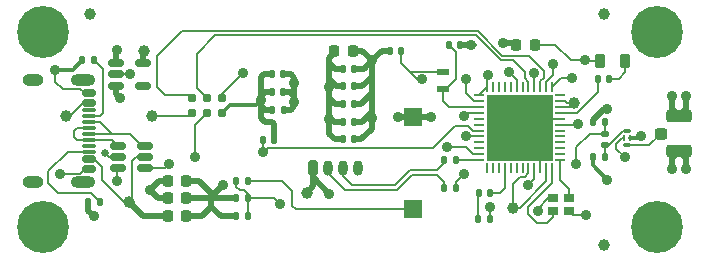
<source format=gbr>
%TF.GenerationSoftware,KiCad,Pcbnew,7.0.10*%
%TF.CreationDate,2024-02-24T20:23:48+01:00*%
%TF.ProjectId,STM32,53544d33-322e-46b6-9963-61645f706362,Rev01*%
%TF.SameCoordinates,Original*%
%TF.FileFunction,Copper,L1,Top*%
%TF.FilePolarity,Positive*%
%FSLAX46Y46*%
G04 Gerber Fmt 4.6, Leading zero omitted, Abs format (unit mm)*
G04 Created by KiCad (PCBNEW 7.0.10) date 2024-02-24 20:23:48*
%MOMM*%
%LPD*%
G01*
G04 APERTURE LIST*
G04 Aperture macros list*
%AMRoundRect*
0 Rectangle with rounded corners*
0 $1 Rounding radius*
0 $2 $3 $4 $5 $6 $7 $8 $9 X,Y pos of 4 corners*
0 Add a 4 corners polygon primitive as box body*
4,1,4,$2,$3,$4,$5,$6,$7,$8,$9,$2,$3,0*
0 Add four circle primitives for the rounded corners*
1,1,$1+$1,$2,$3*
1,1,$1+$1,$4,$5*
1,1,$1+$1,$6,$7*
1,1,$1+$1,$8,$9*
0 Add four rect primitives between the rounded corners*
20,1,$1+$1,$2,$3,$4,$5,0*
20,1,$1+$1,$4,$5,$6,$7,0*
20,1,$1+$1,$6,$7,$8,$9,0*
20,1,$1+$1,$8,$9,$2,$3,0*%
G04 Aperture macros list end*
%TA.AperFunction,SMDPad,CuDef*%
%ADD10C,1.000000*%
%TD*%
%TA.AperFunction,ComponentPad*%
%ADD11C,4.400000*%
%TD*%
%TA.AperFunction,SMDPad,CuDef*%
%ADD12R,0.900000X0.800000*%
%TD*%
%TA.AperFunction,SMDPad,CuDef*%
%ADD13RoundRect,0.140000X-0.140000X-0.170000X0.140000X-0.170000X0.140000X0.170000X-0.140000X0.170000X0*%
%TD*%
%TA.AperFunction,SMDPad,CuDef*%
%ADD14RoundRect,0.135000X0.135000X0.185000X-0.135000X0.185000X-0.135000X-0.185000X0.135000X-0.185000X0*%
%TD*%
%TA.AperFunction,SMDPad,CuDef*%
%ADD15RoundRect,0.150000X-0.512500X-0.150000X0.512500X-0.150000X0.512500X0.150000X-0.512500X0.150000X0*%
%TD*%
%TA.AperFunction,SMDPad,CuDef*%
%ADD16RoundRect,0.135000X-0.135000X-0.185000X0.135000X-0.185000X0.135000X0.185000X-0.135000X0.185000X0*%
%TD*%
%TA.AperFunction,SMDPad,CuDef*%
%ADD17RoundRect,0.140000X0.140000X0.170000X-0.140000X0.170000X-0.140000X-0.170000X0.140000X-0.170000X0*%
%TD*%
%TA.AperFunction,SMDPad,CuDef*%
%ADD18RoundRect,0.150000X-0.425000X0.150000X-0.425000X-0.150000X0.425000X-0.150000X0.425000X0.150000X0*%
%TD*%
%TA.AperFunction,SMDPad,CuDef*%
%ADD19RoundRect,0.075000X-0.500000X0.075000X-0.500000X-0.075000X0.500000X-0.075000X0.500000X0.075000X0*%
%TD*%
%TA.AperFunction,ComponentPad*%
%ADD20O,2.100000X1.000000*%
%TD*%
%TA.AperFunction,ComponentPad*%
%ADD21O,1.800000X1.000000*%
%TD*%
%TA.AperFunction,SMDPad,CuDef*%
%ADD22RoundRect,0.218750X0.218750X0.381250X-0.218750X0.381250X-0.218750X-0.381250X0.218750X-0.381250X0*%
%TD*%
%TA.AperFunction,SMDPad,CuDef*%
%ADD23RoundRect,0.225000X-0.225000X-0.250000X0.225000X-0.250000X0.225000X0.250000X-0.225000X0.250000X0*%
%TD*%
%TA.AperFunction,SMDPad,CuDef*%
%ADD24R,1.500000X1.500000*%
%TD*%
%TA.AperFunction,SMDPad,CuDef*%
%ADD25RoundRect,0.147500X-0.147500X-0.172500X0.147500X-0.172500X0.147500X0.172500X-0.147500X0.172500X0*%
%TD*%
%TA.AperFunction,SMDPad,CuDef*%
%ADD26RoundRect,0.225000X0.225000X0.250000X-0.225000X0.250000X-0.225000X-0.250000X0.225000X-0.250000X0*%
%TD*%
%TA.AperFunction,SMDPad,CuDef*%
%ADD27R,1.100000X0.600000*%
%TD*%
%TA.AperFunction,SMDPad,CuDef*%
%ADD28RoundRect,0.147500X-0.172500X0.147500X-0.172500X-0.147500X0.172500X-0.147500X0.172500X0.147500X0*%
%TD*%
%TA.AperFunction,SMDPad,CuDef*%
%ADD29RoundRect,0.250000X-0.275000X-0.250000X0.275000X-0.250000X0.275000X0.250000X-0.275000X0.250000X0*%
%TD*%
%TA.AperFunction,SMDPad,CuDef*%
%ADD30RoundRect,0.250000X-0.850000X-0.275000X0.850000X-0.275000X0.850000X0.275000X-0.850000X0.275000X0*%
%TD*%
%TA.AperFunction,SMDPad,CuDef*%
%ADD31R,5.600000X5.600000*%
%TD*%
%TA.AperFunction,SMDPad,CuDef*%
%ADD32RoundRect,0.062500X-0.062500X-0.375000X0.062500X-0.375000X0.062500X0.375000X-0.062500X0.375000X0*%
%TD*%
%TA.AperFunction,SMDPad,CuDef*%
%ADD33RoundRect,0.062500X-0.375000X-0.062500X0.375000X-0.062500X0.375000X0.062500X-0.375000X0.062500X0*%
%TD*%
%TA.AperFunction,SMDPad,CuDef*%
%ADD34RoundRect,0.061250X-0.061250X0.163750X-0.061250X-0.163750X0.061250X-0.163750X0.061250X0.163750X0*%
%TD*%
%TA.AperFunction,SMDPad,CuDef*%
%ADD35RoundRect,0.068750X-0.281250X0.068750X-0.281250X-0.068750X0.281250X-0.068750X0.281250X0.068750X0*%
%TD*%
%TA.AperFunction,SMDPad,CuDef*%
%ADD36RoundRect,0.060000X-0.060000X0.165000X-0.060000X-0.165000X0.060000X-0.165000X0.060000X0.165000X0*%
%TD*%
%TA.AperFunction,ConnectorPad*%
%ADD37C,0.787400*%
%TD*%
%TA.AperFunction,ComponentPad*%
%ADD38RoundRect,0.200000X-0.200000X-0.450000X0.200000X-0.450000X0.200000X0.450000X-0.200000X0.450000X0*%
%TD*%
%TA.AperFunction,ComponentPad*%
%ADD39O,0.800000X1.300000*%
%TD*%
%TA.AperFunction,ViaPad*%
%ADD40C,0.900000*%
%TD*%
%TA.AperFunction,ViaPad*%
%ADD41C,0.650000*%
%TD*%
%TA.AperFunction,ViaPad*%
%ADD42C,1.000000*%
%TD*%
%TA.AperFunction,Conductor*%
%ADD43C,0.200000*%
%TD*%
%TA.AperFunction,Conductor*%
%ADD44C,0.300000*%
%TD*%
%TA.AperFunction,Conductor*%
%ADD45C,0.500000*%
%TD*%
%TA.AperFunction,Conductor*%
%ADD46C,0.190000*%
%TD*%
%TA.AperFunction,Conductor*%
%ADD47C,0.150000*%
%TD*%
G04 APERTURE END LIST*
D10*
%TO.P,FID1,*%
%TO.N,*%
X126500000Y-49000000D03*
%TD*%
%TO.P,FID2,*%
%TO.N,*%
X170000000Y-49000000D03*
%TD*%
%TO.P,FID3,*%
%TO.N,*%
X170000000Y-68500000D03*
%TD*%
D11*
%TO.P,H4,1,1*%
%TO.N,GND*%
X122500000Y-50500000D03*
%TD*%
%TO.P,H3,1,1*%
%TO.N,GND*%
X122500000Y-67000000D03*
%TD*%
%TO.P,H2,1,1*%
%TO.N,GND*%
X174500000Y-67000000D03*
%TD*%
%TO.P,H1,1,1*%
%TO.N,GND*%
X174500000Y-50500000D03*
%TD*%
D12*
%TO.P,X1,4,4*%
%TO.N,Net-(X1-Pad2)*%
X165660000Y-64550000D03*
%TO.P,X1,3,3*%
%TO.N,/HSE_IN*%
X167060000Y-64550000D03*
%TO.P,X1,2,2*%
%TO.N,Net-(X1-Pad2)*%
X167060000Y-65650000D03*
%TO.P,X1,1,1*%
%TO.N,/HSE_OUT*%
X165660000Y-65650000D03*
%TD*%
D13*
%TO.P,C17,2*%
%TO.N,GND*%
X157840000Y-51600000D03*
%TO.P,C17,1*%
%TO.N,/LSE_OUT*%
X156880000Y-51600000D03*
%TD*%
D14*
%TO.P,R3,2*%
%TO.N,Net-(D1-K)*%
X159375000Y-66300000D03*
%TO.P,R3,1*%
%TO.N,GND*%
X160395000Y-66300000D03*
%TD*%
D15*
%TO.P,U2,6,I/O1*%
%TO.N,/USBC_D-*%
X131167107Y-60150000D03*
%TO.P,U2,5,VBUS*%
%TO.N,+5V*%
X131167107Y-61100000D03*
%TO.P,U2,4,I/O2*%
%TO.N,/USB_D-*%
X131167107Y-62050000D03*
%TO.P,U2,3,I/O2*%
%TO.N,/USB_D+*%
X128892107Y-62050000D03*
%TO.P,U2,2,GND*%
%TO.N,GND*%
X128892107Y-61100000D03*
%TO.P,U2,1,I/O1*%
%TO.N,/USBC_D+*%
X128892107Y-60150000D03*
%TD*%
D13*
%TO.P,C1,2*%
%TO.N,GND*%
X148860000Y-53600000D03*
%TO.P,C1,1*%
%TO.N,+3V3*%
X147900000Y-53600000D03*
%TD*%
D16*
%TO.P,R2,2*%
%TO.N,/UART_RX*%
X157470000Y-61300000D03*
%TO.P,R2,1*%
%TO.N,/UART_RXC*%
X156450000Y-61300000D03*
%TD*%
D17*
%TO.P,C15,2*%
%TO.N,GND*%
X169107500Y-58100000D03*
%TO.P,C15,1*%
%TO.N,/RF*%
X170067500Y-58100000D03*
%TD*%
D16*
%TO.P,R7,2*%
%TO.N,/BOOT*%
X139880000Y-64600000D03*
%TO.P,R7,1*%
%TO.N,GND*%
X138860000Y-64600000D03*
%TD*%
D18*
%TO.P,J3,A1,GND*%
%TO.N,GND*%
X126447107Y-55692893D03*
%TO.P,J3,A4,VBUS*%
%TO.N,+5V*%
X126447107Y-56492893D03*
D19*
%TO.P,J3,A5,CC1*%
%TO.N,/USBC_CC1*%
X126447107Y-57642893D03*
%TO.P,J3,A6,D+*%
%TO.N,/USBC_D+*%
X126447107Y-58642893D03*
%TO.P,J3,A7,D-*%
%TO.N,/USBC_D-*%
X126447107Y-59142893D03*
%TO.P,J3,A8,SBU1*%
%TO.N,unconnected-(J3-SBU1-PadA8)*%
X126447107Y-60142893D03*
D18*
%TO.P,J3,A9,VBUS*%
%TO.N,+5V*%
X126447107Y-61292893D03*
%TO.P,J3,A12,GND*%
%TO.N,GND*%
X126447107Y-62092893D03*
%TO.P,J3,B1,GND*%
X126447107Y-62092893D03*
%TO.P,J3,B4,VBUS*%
%TO.N,+5V*%
X126447107Y-61292893D03*
D19*
%TO.P,J3,B5,CC2*%
%TO.N,/USBC_CC2*%
X126447107Y-60642893D03*
%TO.P,J3,B6,D+*%
%TO.N,/USBC_D+*%
X126447107Y-59642893D03*
%TO.P,J3,B7,D-*%
%TO.N,/USBC_D-*%
X126447107Y-58142893D03*
%TO.P,J3,B8,SBU2*%
%TO.N,unconnected-(J3-SBU2-PadB8)*%
X126447107Y-57142893D03*
D18*
%TO.P,J3,B9,VBUS*%
%TO.N,+5V*%
X126447107Y-56492893D03*
%TO.P,J3,B12,GND*%
%TO.N,GND*%
X126447107Y-55692893D03*
D20*
%TO.P,J3,S1,SHIELD*%
X125872107Y-54572893D03*
D21*
X121692107Y-54572893D03*
D20*
X125872107Y-63212893D03*
D21*
X121692107Y-63212893D03*
%TD*%
D13*
%TO.P,C2,2*%
%TO.N,GND*%
X148840000Y-55100000D03*
%TO.P,C2,1*%
%TO.N,+3V3*%
X147880000Y-55100000D03*
%TD*%
D17*
%TO.P,C16,2*%
%TO.N,GND*%
X169107500Y-61100000D03*
%TO.P,C16,1*%
%TO.N,/RF_MATCH*%
X170067500Y-61100000D03*
%TD*%
D22*
%TO.P,L2,2,2*%
%TO.N,/SMPS_FB*%
X169674607Y-52992893D03*
%TO.P,L2,1,1*%
%TO.N,/SMPSLXL*%
X171799607Y-52992893D03*
%TD*%
D23*
%TO.P,C7,2*%
%TO.N,GND*%
X148735000Y-52092893D03*
%TO.P,C7,1*%
%TO.N,+3V3*%
X147185000Y-52092893D03*
%TD*%
D24*
%TO.P,SW1,2,2*%
%TO.N,+3V3*%
X153860000Y-57700000D03*
%TO.P,SW1,1,1*%
%TO.N,Net-(R6-Pad1)*%
X153860000Y-65500000D03*
%TD*%
D13*
%TO.P,C4,2*%
%TO.N,GND*%
X148880000Y-58100000D03*
%TO.P,C4,1*%
%TO.N,+3V3*%
X147920000Y-58100000D03*
%TD*%
D25*
%TO.P,D1,2,A*%
%TO.N,Net-(D1-A)*%
X160370000Y-64100000D03*
%TO.P,D1,1,K*%
%TO.N,Net-(D1-K)*%
X159400000Y-64100000D03*
%TD*%
D23*
%TO.P,C9,2*%
%TO.N,GND*%
X134635000Y-63100000D03*
%TO.P,C9,1*%
%TO.N,+3V3*%
X133085000Y-63100000D03*
%TD*%
D26*
%TO.P,C14,2*%
%TO.N,GND*%
X162585000Y-51600000D03*
%TO.P,C14,1*%
%TO.N,/SMPS_FB*%
X164135000Y-51600000D03*
%TD*%
D16*
%TO.P,R1,2*%
%TO.N,/UART_TX*%
X157470000Y-63700000D03*
%TO.P,R1,1*%
%TO.N,/UART_TXC*%
X156450000Y-63700000D03*
%TD*%
D17*
%TO.P,C6,2*%
%TO.N,GND*%
X141907107Y-54092893D03*
%TO.P,C6,1*%
%TO.N,+3V3*%
X142867107Y-54092893D03*
%TD*%
D16*
%TO.P,R4,1*%
%TO.N,GND*%
X126350000Y-64900000D03*
%TO.P,R4,2*%
%TO.N,/USBC_CC2*%
X127370000Y-64900000D03*
%TD*%
D27*
%TO.P,X2,2,2*%
%TO.N,/LSE_IN*%
X156360000Y-53900000D03*
%TO.P,X2,1,1*%
%TO.N,/LSE_OUT*%
X156360000Y-55300000D03*
%TD*%
D13*
%TO.P,C5,2*%
%TO.N,GND*%
X148860000Y-59600000D03*
%TO.P,C5,1*%
%TO.N,+3V3*%
X147900000Y-59600000D03*
%TD*%
D17*
%TO.P,C8,2*%
%TO.N,GND*%
X141907107Y-55592893D03*
%TO.P,C8,1*%
%TO.N,+3V3*%
X142867107Y-55592893D03*
%TD*%
D28*
%TO.P,L3,2,2*%
%TO.N,/RF_MATCH*%
X170087500Y-60085000D03*
%TO.P,L3,1,1*%
%TO.N,/RF*%
X170087500Y-59115000D03*
%TD*%
D17*
%TO.P,C18,2*%
%TO.N,GND*%
X151880000Y-52085786D03*
%TO.P,C18,1*%
%TO.N,/LSE_IN*%
X152840000Y-52085786D03*
%TD*%
D29*
%TO.P,J2,1,In*%
%TO.N,/RF_ANT*%
X174810000Y-59100000D03*
D30*
%TO.P,J2,2,Ext*%
%TO.N,GND*%
X176335000Y-57625000D03*
X176335000Y-60575000D03*
%TD*%
D15*
%TO.P,U1,5,VOUT*%
%TO.N,+3V3*%
X130997500Y-53150000D03*
%TO.P,U1,4,NC*%
%TO.N,unconnected-(U1-NC-Pad4)*%
X130997500Y-55050000D03*
%TO.P,U1,3,EN*%
%TO.N,+5V*%
X128722500Y-55050000D03*
%TO.P,U1,2,GND*%
%TO.N,GND*%
X128722500Y-54100000D03*
%TO.P,U1,1,VIN*%
%TO.N,+5V*%
X128722500Y-53150000D03*
%TD*%
D31*
%TO.P,U3,49,VSS*%
%TO.N,GND*%
X162860000Y-58600000D03*
D32*
%TO.P,U3,48,VDD*%
%TO.N,+3V3*%
X160110000Y-55162500D03*
%TO.P,U3,47,PB7*%
%TO.N,unconnected-(U3-PB7-Pad47)*%
X160610000Y-55162500D03*
%TO.P,U3,46,PB6*%
%TO.N,unconnected-(U3-PB6-Pad46)*%
X161110000Y-55162500D03*
%TO.P,U3,45,PB5*%
%TO.N,unconnected-(U3-PB5-Pad45)*%
X161610000Y-55162500D03*
%TO.P,U3,44,PB4*%
%TO.N,unconnected-(U3-PB4-Pad44)*%
X162110000Y-55162500D03*
%TO.P,U3,43,PB3*%
%TO.N,Net-(J4-SWO)*%
X162610000Y-55162500D03*
%TO.P,U3,42,PA15*%
%TO.N,unconnected-(U3-PA15-Pad42)*%
X163110000Y-55162500D03*
%TO.P,U3,41,PA14*%
%TO.N,/SWD_CLK*%
X163610000Y-55162500D03*
%TO.P,U3,40,VDDUSB*%
%TO.N,+3V3*%
X164110000Y-55162500D03*
%TO.P,U3,39,PA13*%
%TO.N,/SWD_DIO*%
X164610000Y-55162500D03*
%TO.P,U3,38,PA12*%
%TO.N,/USB_D+*%
X165110000Y-55162500D03*
%TO.P,U3,37,PA11*%
%TO.N,/USB_D-*%
X165610000Y-55162500D03*
D33*
%TO.P,U3,36,PA10*%
%TO.N,unconnected-(U3-PA10-Pad36)*%
X166297500Y-55850000D03*
%TO.P,U3,35,VDD*%
%TO.N,+3V3*%
X166297500Y-56350000D03*
%TO.P,U3,34,VDDSMPS*%
X166297500Y-56850000D03*
%TO.P,U3,33,VLXSMPS*%
%TO.N,/SMPSLX*%
X166297500Y-57350000D03*
%TO.P,U3,32,VSSSMPS*%
%TO.N,GND*%
X166297500Y-57850000D03*
%TO.P,U3,31,VFBSMPS*%
%TO.N,/SMPS_FB*%
X166297500Y-58350000D03*
%TO.P,U3,30,PE4*%
%TO.N,unconnected-(U3-PE4-Pad30)*%
X166297500Y-58850000D03*
%TO.P,U3,29,PB1*%
%TO.N,unconnected-(U3-PB1-Pad29)*%
X166297500Y-59350000D03*
%TO.P,U3,28,PB0*%
%TO.N,unconnected-(U3-PB0-Pad28)*%
X166297500Y-59850000D03*
%TO.P,U3,27,AT1*%
%TO.N,unconnected-(U3-AT1-Pad27)*%
X166297500Y-60350000D03*
%TO.P,U3,26,AT0*%
%TO.N,unconnected-(U3-AT0-Pad26)*%
X166297500Y-60850000D03*
%TO.P,U3,25,OSC_IN*%
%TO.N,/HSE_IN*%
X166297500Y-61350000D03*
D32*
%TO.P,U3,24,OSC_OUT*%
%TO.N,/HSE_OUT*%
X165610000Y-62037500D03*
%TO.P,U3,23,VDDRF*%
%TO.N,+3V3*%
X165110000Y-62037500D03*
%TO.P,U3,22,VSSRF*%
%TO.N,GND*%
X164610000Y-62037500D03*
%TO.P,U3,21,RF1*%
%TO.N,/RF*%
X164110000Y-62037500D03*
%TO.P,U3,20,VDD*%
%TO.N,+3V3*%
X163610000Y-62037500D03*
%TO.P,U3,19,PB2*%
%TO.N,unconnected-(U3-PB2-Pad19)*%
X163110000Y-62037500D03*
%TO.P,U3,18,PA9*%
%TO.N,unconnected-(U3-PA9-Pad18)*%
X162610000Y-62037500D03*
%TO.P,U3,17,PA8*%
%TO.N,unconnected-(U3-PA8-Pad17)*%
X162110000Y-62037500D03*
%TO.P,U3,16,PA7*%
%TO.N,Net-(D1-A)*%
X161610000Y-62037500D03*
%TO.P,U3,15,PA6*%
%TO.N,unconnected-(U3-PA6-Pad15)*%
X161110000Y-62037500D03*
%TO.P,U3,14,PA5*%
%TO.N,unconnected-(U3-PA5-Pad14)*%
X160610000Y-62037500D03*
%TO.P,U3,13,PA4*%
%TO.N,unconnected-(U3-PA4-Pad13)*%
X160110000Y-62037500D03*
D33*
%TO.P,U3,12,PA3*%
%TO.N,/UART_RX*%
X159422500Y-61350000D03*
%TO.P,U3,11,PA2*%
%TO.N,/UART_TX*%
X159422500Y-60850000D03*
%TO.P,U3,10,PA1*%
%TO.N,unconnected-(U3-PA1-Pad10)*%
X159422500Y-60350000D03*
%TO.P,U3,9,PA0*%
%TO.N,unconnected-(U3-PA0-Pad9)*%
X159422500Y-59850000D03*
%TO.P,U3,8,VDDA*%
%TO.N,+3V3*%
X159422500Y-59350000D03*
%TO.P,U3,7,NRST*%
%TO.N,/SWD_NRST*%
X159422500Y-58850000D03*
%TO.P,U3,6,PB9*%
%TO.N,unconnected-(U3-PB9-Pad6)*%
X159422500Y-58350000D03*
%TO.P,U3,5,PB8*%
%TO.N,unconnected-(U3-PB8-Pad5)*%
X159422500Y-57850000D03*
%TO.P,U3,4,PH3*%
%TO.N,/BOOT*%
X159422500Y-57350000D03*
%TO.P,U3,3,PC15*%
%TO.N,/LSE_OUT*%
X159422500Y-56850000D03*
%TO.P,U3,2,PC14*%
%TO.N,/LSE_IN*%
X159422500Y-56350000D03*
%TO.P,U3,1,VBAT*%
%TO.N,+3V3*%
X159422500Y-55850000D03*
%TD*%
D17*
%TO.P,C12,2*%
%TO.N,GND*%
X141927107Y-57092893D03*
%TO.P,C12,1*%
%TO.N,+3V3*%
X142887107Y-57092893D03*
%TD*%
D13*
%TO.P,C13,1*%
%TO.N,/SWD_NRST*%
X141147107Y-59612893D03*
%TO.P,C13,2*%
%TO.N,GND*%
X142107107Y-59612893D03*
%TD*%
D23*
%TO.P,C10,2*%
%TO.N,GND*%
X134635000Y-66100000D03*
%TO.P,C10,1*%
%TO.N,+5V*%
X133085000Y-66100000D03*
%TD*%
D25*
%TO.P,L1,2,2*%
%TO.N,/SMPSLXL*%
X170447107Y-54442893D03*
%TO.P,L1,1,1*%
%TO.N,/SMPSLX*%
X169477107Y-54442893D03*
%TD*%
D14*
%TO.P,R6,2*%
%TO.N,/BOOT*%
X138850000Y-63100000D03*
%TO.P,R6,1*%
%TO.N,Net-(R6-Pad1)*%
X139870000Y-63100000D03*
%TD*%
D17*
%TO.P,C19,2*%
%TO.N,GND*%
X138890000Y-66100000D03*
%TO.P,C19,1*%
%TO.N,/BOOT*%
X139850000Y-66100000D03*
%TD*%
D34*
%TO.P,FLT1,4,GND*%
%TO.N,GND*%
X171732500Y-59500000D03*
D35*
%TO.P,FLT1,3,OUT*%
%TO.N,/RF_ANT*%
X171960000Y-60112500D03*
D36*
%TO.P,FLT1,2,GND*%
%TO.N,GND*%
X172187500Y-59500000D03*
D35*
%TO.P,FLT1,1,IN*%
%TO.N,/RF_MATCH*%
X171960000Y-58887500D03*
%TD*%
D37*
%TO.P,J4,6,SWO*%
%TO.N,Net-(J4-SWO)*%
X137670000Y-56100000D03*
%TO.P,J4,5,GND*%
%TO.N,GND*%
X137670000Y-57370000D03*
%TO.P,J4,4,SWCLK*%
%TO.N,/SWD_CLK*%
X136400000Y-56100000D03*
%TO.P,J4,3,~{RESET}*%
%TO.N,/SWD_NRST*%
X136400000Y-57370000D03*
%TO.P,J4,2,SWDIO*%
%TO.N,/SWD_DIO*%
X135130000Y-56100000D03*
%TO.P,J4,1,VCC*%
%TO.N,+3V3*%
X135130000Y-57370000D03*
%TD*%
D23*
%TO.P,C11,2*%
%TO.N,GND*%
X134635000Y-64600000D03*
%TO.P,C11,1*%
%TO.N,+3V3*%
X133085000Y-64600000D03*
%TD*%
D38*
%TO.P,J1,1,Pin_1*%
%TO.N,+3V3*%
X145392107Y-61992893D03*
D39*
%TO.P,J1,2,Pin_2*%
%TO.N,/UART_TXC*%
X146642107Y-61992893D03*
%TO.P,J1,3,Pin_3*%
%TO.N,/UART_RXC*%
X147892107Y-61992893D03*
%TO.P,J1,4,Pin_4*%
%TO.N,GND*%
X149142107Y-61992893D03*
%TD*%
D16*
%TO.P,R5,1*%
%TO.N,GND*%
X125850000Y-52900000D03*
%TO.P,R5,2*%
%TO.N,/USBC_CC1*%
X126870000Y-52900000D03*
%TD*%
D13*
%TO.P,C3,2*%
%TO.N,GND*%
X148880000Y-56600000D03*
%TO.P,C3,1*%
%TO.N,+3V3*%
X147920000Y-56600000D03*
%TD*%
D40*
%TO.N,+3V3*%
X158300000Y-59350000D03*
D41*
%TO.N,GND*%
X127746315Y-60713685D03*
D40*
X163467107Y-59492893D03*
X161967107Y-59492893D03*
X163467107Y-57492893D03*
X161967107Y-57492893D03*
X164467107Y-60492893D03*
X164467107Y-58492893D03*
X164467107Y-56492893D03*
X160967107Y-58492893D03*
X160967107Y-60492893D03*
X160967107Y-56492893D03*
X158767107Y-51617893D03*
%TO.N,+3V3*%
X146767107Y-55192893D03*
X160182551Y-54174987D03*
%TO.N,GND*%
X140934214Y-56265786D03*
X150360000Y-57822893D03*
D42*
%TO.N,+3V3*%
X131700000Y-57600000D03*
D40*
X146760000Y-57900000D03*
D42*
X167464314Y-56504314D03*
D40*
X146767107Y-64192893D03*
D42*
X144867107Y-64092893D03*
X162300000Y-65400000D03*
D40*
X164110000Y-54000000D03*
X131560000Y-63900000D03*
X143787107Y-54792893D03*
X155360000Y-57700000D03*
D42*
X131067107Y-52092893D03*
D40*
X152560000Y-57700000D03*
X143787107Y-56392893D03*
%TO.N,GND*%
X176960000Y-55900000D03*
X175760000Y-55900000D03*
X176960000Y-62100000D03*
X123960000Y-62500000D03*
X126837107Y-66112893D03*
X150360000Y-52900000D03*
X160385000Y-65300000D03*
X171760000Y-61100000D03*
X137760000Y-63500000D03*
X173160000Y-59300000D03*
X170300000Y-63000000D03*
X170300000Y-57000000D03*
X129860000Y-54100000D03*
X175760000Y-62100000D03*
X161500000Y-51400000D03*
X123560000Y-53700000D03*
D42*
%TO.N,+5V*%
X129760000Y-64900000D03*
D40*
X129067107Y-56092893D03*
X128767107Y-51992893D03*
D42*
X124500000Y-57592893D03*
D40*
%TO.N,/SWD_NRST*%
X135360000Y-61100000D03*
X141147107Y-60702893D03*
%TO.N,/SMPS_FB*%
X167800000Y-58300000D03*
X168360000Y-52900000D03*
%TO.N,/RF*%
X167660000Y-61663952D03*
X163560000Y-63500000D03*
%TO.N,/LSE_IN*%
X154560000Y-54500000D03*
X158360000Y-54500000D03*
%TO.N,/BOOT*%
X142567107Y-65092893D03*
X158167107Y-57592893D03*
%TO.N,Net-(J4-SWO)*%
X139441535Y-53941535D03*
X161960000Y-53900000D03*
%TO.N,/UART_TX*%
X156700000Y-60200000D03*
X158160000Y-62500000D03*
%TO.N,/USB_D+*%
X128767107Y-63092893D03*
X165689098Y-53228036D03*
%TO.N,/USB_D-*%
X133160000Y-61700000D03*
X167300000Y-54400000D03*
%TO.N,Net-(X1-Pad2)*%
X168500000Y-66000000D03*
X164390331Y-65669669D03*
%TD*%
D43*
%TO.N,Net-(X1-Pad2)*%
X168500000Y-66000000D02*
X167410000Y-66000000D01*
X167410000Y-66000000D02*
X167060000Y-65650000D01*
D44*
%TO.N,GND*%
X169067107Y-61767107D02*
X169067107Y-61140393D01*
X170300000Y-63000000D02*
X169067107Y-61767107D01*
D45*
X162385000Y-51400000D02*
X162585000Y-51600000D01*
X161500000Y-51400000D02*
X162385000Y-51400000D01*
D46*
%TO.N,+5V*%
X125860000Y-56500000D02*
X126040000Y-56500000D01*
X124767107Y-57592893D02*
X125860000Y-56500000D01*
X124500000Y-57592893D02*
X124767107Y-57592893D01*
D47*
%TO.N,Net-(J4-SWO)*%
X137670000Y-55713070D02*
X137670000Y-56100000D01*
X139441535Y-53941535D02*
X137670000Y-55713070D01*
%TO.N,+3V3*%
X134900000Y-57600000D02*
X135130000Y-57370000D01*
X131700000Y-57600000D02*
X134900000Y-57600000D01*
%TO.N,/USB_D-*%
X166372500Y-54400000D02*
X165610000Y-55162500D01*
X167300000Y-54400000D02*
X166372500Y-54400000D01*
%TO.N,+3V3*%
X167118628Y-56850000D02*
X167464314Y-56504314D01*
X166297500Y-56850000D02*
X167118628Y-56850000D01*
D43*
X166903700Y-56504314D02*
X166749386Y-56350000D01*
X166749386Y-56350000D02*
X166297500Y-56350000D01*
X167464314Y-56504314D02*
X166903700Y-56504314D01*
%TO.N,/SMPSLX*%
X167750000Y-57350000D02*
X166297500Y-57350000D01*
X169477107Y-54442893D02*
X169477107Y-55622893D01*
X169477107Y-55622893D02*
X167750000Y-57350000D01*
D45*
%TO.N,GND*%
X170019234Y-57000000D02*
X170300000Y-57000000D01*
X169100000Y-57919234D02*
X170019234Y-57000000D01*
X169100000Y-58073750D02*
X169100000Y-57919234D01*
D47*
%TO.N,+3V3*%
X165110000Y-63150000D02*
X165110000Y-62037500D01*
X162860000Y-65400000D02*
X165110000Y-63150000D01*
X162300000Y-65400000D02*
X162860000Y-65400000D01*
X162300000Y-65400000D02*
X162300000Y-63347500D01*
X162897500Y-62750000D02*
X163314030Y-62750000D01*
X163314030Y-62750000D02*
X163610000Y-62454030D01*
X162300000Y-63347500D02*
X162897500Y-62750000D01*
X163610000Y-62454030D02*
X163610000Y-62037500D01*
%TO.N,/UART_TX*%
X158950000Y-60850000D02*
X159422500Y-60850000D01*
X156700000Y-60200000D02*
X158300000Y-60200000D01*
X158300000Y-60200000D02*
X158950000Y-60850000D01*
%TO.N,+3V3*%
X158300000Y-59350000D02*
X159422500Y-59350000D01*
D43*
X160182551Y-54174987D02*
X160110000Y-54247538D01*
X160110000Y-54247538D02*
X160110000Y-55162500D01*
%TO.N,/USBC_D-*%
X128350000Y-59150000D02*
X129910000Y-59150000D01*
X127350000Y-58150000D02*
X128350000Y-59150000D01*
X126040000Y-58150000D02*
X127350000Y-58150000D01*
D47*
%TO.N,/SWD_CLK*%
X163610000Y-54740944D02*
X163610000Y-55162500D01*
X163300000Y-54430944D02*
X163610000Y-54740944D01*
X163300000Y-53900000D02*
X163300000Y-54430944D01*
X161274214Y-52900000D02*
X162300000Y-52900000D01*
X162300000Y-52900000D02*
X163300000Y-53900000D01*
X159167107Y-50792893D02*
X161274214Y-52900000D01*
X135512550Y-52347450D02*
X137067107Y-50792893D01*
X135512550Y-55212550D02*
X135512550Y-52347450D01*
X136400000Y-56100000D02*
X135512550Y-55212550D01*
X137067107Y-50792893D02*
X159167107Y-50792893D01*
%TO.N,/SWD_DIO*%
X164610000Y-54674701D02*
X164610000Y-55162500D01*
X164900000Y-54384701D02*
X164610000Y-54674701D01*
X164900000Y-53764695D02*
X164900000Y-54384701D01*
X163635305Y-52500000D02*
X164900000Y-53764695D01*
X161400000Y-52500000D02*
X163635305Y-52500000D01*
X159342893Y-50442893D02*
X161400000Y-52500000D01*
X132200000Y-52500000D02*
X134257107Y-50442893D01*
X134257107Y-50442893D02*
X159342893Y-50442893D01*
X132200000Y-55200000D02*
X132200000Y-52500000D01*
X132800000Y-55800000D02*
X132200000Y-55200000D01*
X134830000Y-55800000D02*
X132800000Y-55800000D01*
X135130000Y-56100000D02*
X134830000Y-55800000D01*
D43*
%TO.N,+3V3*%
X164110000Y-54000000D02*
X164110000Y-55162500D01*
D47*
%TO.N,/LSE_OUT*%
X156850000Y-56850000D02*
X159422500Y-56850000D01*
X156360000Y-56360000D02*
X156850000Y-56850000D01*
X156360000Y-55300000D02*
X156360000Y-56360000D01*
%TO.N,/LSE_IN*%
X154200000Y-54500000D02*
X154560000Y-54500000D01*
X153600000Y-53900000D02*
X154200000Y-54500000D01*
X154567107Y-54492893D02*
X154560000Y-54500000D01*
X152840000Y-53140000D02*
X152840000Y-52580000D01*
X154567107Y-53900000D02*
X153600000Y-53900000D01*
X153600000Y-53900000D02*
X152840000Y-53140000D01*
D43*
%TO.N,/SMPS_FB*%
X165900000Y-51600000D02*
X164135000Y-51600000D01*
X167200000Y-52900000D02*
X165900000Y-51600000D01*
X168360000Y-52900000D02*
X167200000Y-52900000D01*
%TO.N,/HSE_IN*%
X166297500Y-62997500D02*
X166297500Y-61350000D01*
X167060000Y-63760000D02*
X166297500Y-62997500D01*
X167060000Y-64550000D02*
X167060000Y-63760000D01*
%TO.N,/RF*%
X168785000Y-59115000D02*
X170087500Y-59115000D01*
X167660000Y-61663952D02*
X167660000Y-60240000D01*
X167660000Y-60240000D02*
X168785000Y-59115000D01*
%TO.N,/SMPSLXL*%
X171257107Y-54442893D02*
X170447107Y-54442893D01*
X171799607Y-53900393D02*
X171257107Y-54442893D01*
X171799607Y-52992893D02*
X171799607Y-53900393D01*
%TO.N,/SMPS_FB*%
X167750000Y-58350000D02*
X166297500Y-58350000D01*
X167800000Y-58300000D02*
X167750000Y-58350000D01*
D47*
%TO.N,Net-(D1-A)*%
X161610000Y-63690000D02*
X161610000Y-62037500D01*
X161200000Y-64100000D02*
X161610000Y-63690000D01*
X160370000Y-64100000D02*
X161200000Y-64100000D01*
D43*
%TO.N,/UART_TXC*%
X156450000Y-63190000D02*
X156450000Y-63700000D01*
X155852893Y-62592893D02*
X156450000Y-63190000D01*
X153772793Y-62592893D02*
X155852893Y-62592893D01*
X152472793Y-63892893D02*
X153772793Y-62592893D01*
X148067107Y-63892893D02*
X152472793Y-63892893D01*
X146642107Y-62467893D02*
X148067107Y-63892893D01*
X146642107Y-61992893D02*
X146642107Y-62467893D01*
%TO.N,/UART_RXC*%
X155867107Y-62192893D02*
X156450000Y-61610000D01*
X153607107Y-62192893D02*
X155867107Y-62192893D01*
X152307107Y-63492893D02*
X153607107Y-62192893D01*
X147892107Y-62717893D02*
X148667107Y-63492893D01*
X148667107Y-63492893D02*
X152307107Y-63492893D01*
X156450000Y-61610000D02*
X156450000Y-61300000D01*
X147892107Y-61992893D02*
X147892107Y-62717893D01*
%TO.N,/USB_D+*%
X165689098Y-54125933D02*
X165689098Y-53228036D01*
X165110000Y-55162500D02*
X165110000Y-54705031D01*
X165110000Y-54705031D02*
X165689098Y-54125933D01*
D45*
%TO.N,+5V*%
X128722500Y-55748286D02*
X128722500Y-55050000D01*
X129067107Y-56092893D02*
X128722500Y-55748286D01*
D43*
%TO.N,/BOOT*%
X142074214Y-64600000D02*
X139880000Y-64600000D01*
X142567107Y-65092893D02*
X142074214Y-64600000D01*
D45*
%TO.N,+3V3*%
X144867107Y-64092893D02*
X145392107Y-63567893D01*
X145392107Y-63567893D02*
X145392107Y-61992893D01*
X145392107Y-62817893D02*
X145392107Y-61992893D01*
X146767107Y-64192893D02*
X145392107Y-62817893D01*
D44*
%TO.N,GND*%
X138347107Y-56692893D02*
X137670000Y-57370000D01*
X140507107Y-56692893D02*
X138347107Y-56692893D01*
X140934214Y-56265786D02*
X140507107Y-56692893D01*
D43*
X163610000Y-57850000D02*
X162860000Y-58600000D01*
X166297500Y-57850000D02*
X163610000Y-57850000D01*
%TO.N,Net-(R6-Pad1)*%
X143610000Y-63950000D02*
X142760000Y-63100000D01*
X143892232Y-65492893D02*
X143610000Y-65210661D01*
X143610000Y-65210661D02*
X143610000Y-63950000D01*
X153852893Y-65492893D02*
X143892232Y-65492893D01*
X153860000Y-65500000D02*
X153852893Y-65492893D01*
X142760000Y-63100000D02*
X139870000Y-63100000D01*
D47*
%TO.N,/LSE_OUT*%
X156660000Y-55300000D02*
X156360000Y-55300000D01*
X157467107Y-52187107D02*
X157467107Y-54492893D01*
X157467107Y-54492893D02*
X156660000Y-55300000D01*
X156880000Y-51600000D02*
X157467107Y-52187107D01*
%TO.N,/LSE_IN*%
X156360000Y-53900000D02*
X154567107Y-53900000D01*
%TO.N,/SWD_NRST*%
X141557107Y-60292893D02*
X141147107Y-60702893D01*
X155567107Y-60292893D02*
X141557107Y-60292893D01*
X158499214Y-58425000D02*
X157435000Y-58425000D01*
X159422500Y-58850000D02*
X158924214Y-58850000D01*
X158924214Y-58850000D02*
X158499214Y-58425000D01*
X157435000Y-58425000D02*
X155567107Y-60292893D01*
%TO.N,/BOOT*%
X158167107Y-57592893D02*
X158410000Y-57350000D01*
X158410000Y-57350000D02*
X159422500Y-57350000D01*
D45*
%TO.N,GND*%
X149203933Y-62029719D02*
X149167107Y-61992893D01*
D47*
X127746315Y-60713685D02*
X127636313Y-60603683D01*
X128132631Y-61100000D02*
X128275660Y-61100000D01*
X127636313Y-60603683D02*
X127636313Y-60603682D01*
X127746315Y-60713685D02*
X128132631Y-61100000D01*
D43*
%TO.N,/USBC_CC1*%
X126040000Y-57650000D02*
X127310000Y-57650000D01*
X127310000Y-57650000D02*
X127567107Y-57392893D01*
X127567107Y-57392893D02*
X127567107Y-53597107D01*
X127567107Y-53597107D02*
X126870000Y-52900000D01*
D46*
%TO.N,+5V*%
X130360000Y-61100000D02*
X130997500Y-61100000D01*
X130067107Y-61392893D02*
X130360000Y-61100000D01*
X130067107Y-64592893D02*
X130067107Y-61392893D01*
X129760000Y-64900000D02*
X130067107Y-64592893D01*
D43*
%TO.N,/USBC_D+*%
X128392107Y-59650000D02*
X128892107Y-60150000D01*
X126040000Y-59650000D02*
X128392107Y-59650000D01*
%TO.N,/USBC_D-*%
X130910000Y-60150000D02*
X131167107Y-60150000D01*
X129910000Y-59150000D02*
X130910000Y-60150000D01*
D47*
%TO.N,/USB_D+*%
X128767107Y-62175000D02*
X128892107Y-62050000D01*
X128767107Y-63092893D02*
X128767107Y-62175000D01*
%TO.N,/USB_D-*%
X132810000Y-62050000D02*
X131167107Y-62050000D01*
D43*
%TO.N,GND*%
X171067107Y-59993497D02*
X171067107Y-60407107D01*
X171560604Y-59500000D02*
X171067107Y-59993497D01*
X171067107Y-60407107D02*
X171760000Y-61100000D01*
X171732500Y-59500000D02*
X171560604Y-59500000D01*
D47*
%TO.N,/USB_D+*%
X128767107Y-63092893D02*
X128722500Y-63048286D01*
D43*
%TO.N,/LSE_IN*%
X152840000Y-52085786D02*
X152840000Y-52580000D01*
D45*
%TO.N,+3V3*%
X143467107Y-57092893D02*
X143787107Y-56772893D01*
X142887107Y-57092893D02*
X143467107Y-57092893D01*
X143787107Y-56772893D02*
X143787107Y-56392893D01*
X143787107Y-55992893D02*
X143787107Y-56392893D01*
%TO.N,GND*%
X140934214Y-57760000D02*
X140934214Y-56265786D01*
X141267107Y-58092893D02*
X140934214Y-57760000D01*
X141867107Y-58092893D02*
X141267107Y-58092893D01*
X142107107Y-59612893D02*
X142107107Y-58332893D01*
X142107107Y-58332893D02*
X141867107Y-58092893D01*
X158967107Y-51592893D02*
X157856321Y-51592893D01*
X151174214Y-52085786D02*
X150360000Y-52900000D01*
X151880000Y-52085786D02*
X151174214Y-52085786D01*
X149552893Y-52092893D02*
X150360000Y-52900000D01*
X148735000Y-52092893D02*
X149552893Y-52092893D01*
%TO.N,+3V3*%
X146760000Y-55185786D02*
X146760000Y-52900000D01*
X146767107Y-55192893D02*
X146760000Y-55185786D01*
X146760000Y-55200000D02*
X146767107Y-55192893D01*
%TO.N,+5V*%
X128722500Y-52037500D02*
X128722500Y-53150000D01*
X128767107Y-51992893D02*
X128722500Y-52037500D01*
%TO.N,+3V3*%
X130997500Y-52162500D02*
X130997500Y-53150000D01*
X131067107Y-52092893D02*
X130997500Y-52162500D01*
D43*
%TO.N,+5V*%
X127467107Y-63007107D02*
X127467107Y-61892893D01*
X129360000Y-64900000D02*
X127467107Y-63007107D01*
X129760000Y-64900000D02*
X129360000Y-64900000D01*
X127467107Y-61892893D02*
X126874214Y-61300000D01*
X126874214Y-61300000D02*
X126040000Y-61300000D01*
D45*
%TO.N,GND*%
X140934214Y-55945786D02*
X140934214Y-56265786D01*
X141287107Y-55592893D02*
X140934214Y-55945786D01*
X141907107Y-55592893D02*
X141287107Y-55592893D01*
X140934214Y-56725786D02*
X140934214Y-56265786D01*
X141301321Y-57092893D02*
X140934214Y-56725786D01*
X141927107Y-57092893D02*
X141301321Y-57092893D01*
X140934214Y-54345786D02*
X140934214Y-56265786D01*
X141187107Y-54092893D02*
X140934214Y-54345786D01*
X141907107Y-54092893D02*
X141187107Y-54092893D01*
D43*
X140987107Y-56212893D02*
X140987107Y-56152893D01*
X140934214Y-56265786D02*
X140987107Y-56212893D01*
X140987107Y-56318679D02*
X140934214Y-56265786D01*
X142107107Y-59612893D02*
X141960000Y-59465786D01*
X141687107Y-54092893D02*
X141907107Y-54092893D01*
%TO.N,/SWD_NRST*%
X141147107Y-59612893D02*
X141147107Y-60702893D01*
D45*
%TO.N,GND*%
X149460000Y-59600000D02*
X148860000Y-59600000D01*
X150360000Y-58700000D02*
X149460000Y-59600000D01*
X150360000Y-57822893D02*
X150360000Y-58700000D01*
X150360000Y-57822893D02*
X150360000Y-57300000D01*
D43*
%TO.N,/SMPS_FB*%
X168452893Y-52992893D02*
X168360000Y-52900000D01*
X169674607Y-52992893D02*
X168452893Y-52992893D01*
D45*
%TO.N,GND*%
X126350000Y-65625786D02*
X126350000Y-64900000D01*
X126837107Y-66112893D02*
X126350000Y-65625786D01*
D43*
%TO.N,/USBC_D-*%
X126040000Y-59150000D02*
X129910000Y-59150000D01*
D47*
%TO.N,/SWD_DIO*%
X134934700Y-55904700D02*
X135130000Y-56100000D01*
%TO.N,/USB_D-*%
X133160000Y-61700000D02*
X132810000Y-62050000D01*
D45*
%TO.N,+3V3*%
X153860000Y-57700000D02*
X155360000Y-57700000D01*
X153860000Y-57700000D02*
X152560000Y-57700000D01*
X143387107Y-55592893D02*
X143787107Y-55992893D01*
X146760000Y-54500000D02*
X147360000Y-55100000D01*
X142867107Y-55592893D02*
X143387107Y-55592893D01*
X132360000Y-63100000D02*
X131560000Y-63900000D01*
X146760000Y-52700000D02*
X146760000Y-52900000D01*
X147260000Y-53600000D02*
X147900000Y-53600000D01*
X147360000Y-55100000D02*
X147880000Y-55100000D01*
X146760000Y-56100000D02*
X146760000Y-53500000D01*
X142867107Y-54092893D02*
X143487107Y-54092893D01*
X133085000Y-64600000D02*
X132260000Y-64600000D01*
X146760000Y-52900000D02*
X146760000Y-53500000D01*
X146760000Y-53100000D02*
X147260000Y-53600000D01*
X143487107Y-54092893D02*
X143787107Y-54392893D01*
X146760000Y-57700000D02*
X146760000Y-52900000D01*
X147185000Y-52275000D02*
X146760000Y-52700000D01*
X133085000Y-63100000D02*
X132360000Y-63100000D01*
X146760000Y-53500000D02*
X146760000Y-54500000D01*
X147920000Y-58100000D02*
X147160000Y-58100000D01*
X147260000Y-59600000D02*
X146760000Y-59100000D01*
X146760000Y-57900000D02*
X146760000Y-55200000D01*
X143787107Y-54392893D02*
X143787107Y-54792893D01*
X132260000Y-64600000D02*
X131560000Y-63900000D01*
X147160000Y-58100000D02*
X146760000Y-57700000D01*
X146760000Y-52900000D02*
X146760000Y-53100000D01*
X143787107Y-54792893D02*
X143787107Y-55992893D01*
X147260000Y-56600000D02*
X146760000Y-56100000D01*
D47*
X159422500Y-55850000D02*
X160110000Y-55162500D01*
D45*
X147920000Y-56600000D02*
X147260000Y-56600000D01*
X147900000Y-59600000D02*
X147260000Y-59600000D01*
X146760000Y-59100000D02*
X146760000Y-57900000D01*
D43*
%TO.N,GND*%
X125665000Y-55325000D02*
X124185000Y-55325000D01*
X160395000Y-66300000D02*
X160395000Y-65310000D01*
X160395000Y-65310000D02*
X160385000Y-65300000D01*
D45*
X148880000Y-58100000D02*
X149560000Y-58100000D01*
D43*
X126040000Y-55700000D02*
X125665000Y-55325000D01*
D45*
X136760000Y-65300000D02*
X136760000Y-64500000D01*
X137560000Y-66100000D02*
X136760000Y-65300000D01*
D44*
X125850000Y-52900000D02*
X125050000Y-53700000D01*
D45*
X137760000Y-63500000D02*
X136760000Y-64500000D01*
D43*
X136860000Y-64600000D02*
X136760000Y-64500000D01*
X124185000Y-55325000D02*
X123560000Y-54700000D01*
D45*
X175760000Y-61150000D02*
X175760000Y-62100000D01*
X136760000Y-64500000D02*
X136760000Y-64100000D01*
X176960000Y-61200000D02*
X176960000Y-62100000D01*
D43*
X128822500Y-54100000D02*
X129860000Y-54100000D01*
D45*
X149560000Y-55100000D02*
X150360000Y-54300000D01*
X176335000Y-60575000D02*
X175760000Y-61150000D01*
D47*
X164610000Y-60950000D02*
X164360000Y-60700000D01*
D45*
X138890000Y-66100000D02*
X137560000Y-66100000D01*
X138860000Y-64600000D02*
X136860000Y-64600000D01*
X175760000Y-57050000D02*
X175760000Y-55900000D01*
X134635000Y-66100000D02*
X135960000Y-66100000D01*
D47*
X164610000Y-62037500D02*
X164610000Y-60950000D01*
X125640000Y-62500000D02*
X123960000Y-62500000D01*
X126040000Y-62100000D02*
X125640000Y-62500000D01*
D45*
X135960000Y-66100000D02*
X136760000Y-65300000D01*
X149660000Y-53600000D02*
X150360000Y-52900000D01*
X150360000Y-54300000D02*
X150360000Y-52900000D01*
X176335000Y-57625000D02*
X175760000Y-57050000D01*
X150360000Y-55700000D02*
X150360000Y-54300000D01*
X148880000Y-56600000D02*
X149460000Y-56600000D01*
X148860000Y-53600000D02*
X149660000Y-53600000D01*
X176335000Y-57625000D02*
X176960000Y-57000000D01*
X176960000Y-57000000D02*
X176960000Y-55900000D01*
X148840000Y-55100000D02*
X149560000Y-55100000D01*
X149460000Y-56600000D02*
X150360000Y-55700000D01*
X134635000Y-64600000D02*
X136860000Y-64600000D01*
D44*
X172187500Y-59500000D02*
X172960000Y-59500000D01*
D43*
X123560000Y-54700000D02*
X123560000Y-53700000D01*
D45*
X176335000Y-60575000D02*
X176960000Y-61200000D01*
X149560000Y-58100000D02*
X150360000Y-57300000D01*
X150360000Y-57300000D02*
X150360000Y-55700000D01*
X136760000Y-64100000D02*
X135760000Y-63100000D01*
X135760000Y-63100000D02*
X134635000Y-63100000D01*
D44*
X172960000Y-59500000D02*
X173160000Y-59300000D01*
X125050000Y-53700000D02*
X123560000Y-53700000D01*
D45*
%TO.N,+5V*%
X130960000Y-66100000D02*
X133085000Y-66100000D01*
X129760000Y-64900000D02*
X130960000Y-66100000D01*
D47*
%TO.N,/SWD_NRST*%
X135382450Y-61077550D02*
X135360000Y-61100000D01*
X135382450Y-58387550D02*
X135382450Y-61077550D01*
X136400000Y-57370000D02*
X135382450Y-58387550D01*
D43*
%TO.N,/SMPS_FB*%
X166297500Y-58350000D02*
X166820096Y-58350000D01*
D47*
%TO.N,/RF*%
X164110000Y-62037500D02*
X164110000Y-62950000D01*
D43*
X170087500Y-58120000D02*
X170067500Y-58100000D01*
D47*
X164110000Y-62950000D02*
X163560000Y-63500000D01*
D43*
X170087500Y-59115000D02*
X170087500Y-58120000D01*
%TO.N,/RF_MATCH*%
X171607418Y-58887500D02*
X170409918Y-60085000D01*
X171960000Y-58887500D02*
X171607418Y-58887500D01*
X170067500Y-60105000D02*
X170087500Y-60085000D01*
X170409918Y-60085000D02*
X170087500Y-60085000D01*
X170067500Y-61100000D02*
X170067500Y-60105000D01*
D47*
%TO.N,/LSE_IN*%
X159005970Y-56350000D02*
X158360000Y-55704030D01*
X159422500Y-56350000D02*
X159005970Y-56350000D01*
X158360000Y-55704030D02*
X158360000Y-54500000D01*
D43*
%TO.N,/BOOT*%
X138850000Y-63100000D02*
X138850000Y-63590000D01*
X139560000Y-63900000D02*
X139880000Y-64220000D01*
X139160000Y-63900000D02*
X139560000Y-63900000D01*
X138850000Y-63590000D02*
X139160000Y-63900000D01*
X139850000Y-64630000D02*
X139880000Y-64600000D01*
X139880000Y-64220000D02*
X139880000Y-64600000D01*
X139850000Y-66100000D02*
X139850000Y-64630000D01*
%TO.N,Net-(D1-K)*%
X159375000Y-66300000D02*
X159375000Y-64125000D01*
X159375000Y-64125000D02*
X159400000Y-64100000D01*
%TO.N,/RF_ANT*%
X171960000Y-60112500D02*
X173797500Y-60112500D01*
X173797500Y-60112500D02*
X174810000Y-59100000D01*
%TO.N,/USBC_D+*%
X125432590Y-58650000D02*
X125165000Y-58917590D01*
X126040000Y-58650000D02*
X125432590Y-58650000D01*
X125165000Y-58917590D02*
X125165000Y-59382410D01*
X125165000Y-59382410D02*
X125432590Y-59650000D01*
X125432590Y-59650000D02*
X126040000Y-59650000D01*
%TO.N,/USBC_CC2*%
X123760000Y-64100000D02*
X126570000Y-64100000D01*
X124610000Y-60650000D02*
X122960000Y-62300000D01*
X126570000Y-64100000D02*
X127370000Y-64900000D01*
X122960000Y-63300000D02*
X123760000Y-64100000D01*
X122960000Y-62300000D02*
X122960000Y-63300000D01*
X126040000Y-60650000D02*
X124610000Y-60650000D01*
D47*
%TO.N,Net-(J4-SWO)*%
X162610000Y-54550000D02*
X162610000Y-55162500D01*
X161960000Y-53900000D02*
X162610000Y-54550000D01*
%TO.N,/UART_TX*%
X157470000Y-63700000D02*
X157470000Y-63190000D01*
X157470000Y-63190000D02*
X158160000Y-62500000D01*
%TO.N,/UART_RX*%
X157520000Y-61350000D02*
X157470000Y-61300000D01*
X159422500Y-61350000D02*
X157520000Y-61350000D01*
D43*
%TO.N,/USB_D+*%
X165689098Y-53228036D02*
X165560000Y-53357134D01*
%TO.N,/HSE_OUT*%
X165660000Y-65650000D02*
X165660000Y-66200000D01*
X165660000Y-66200000D02*
X165160000Y-66700000D01*
X165160000Y-66700000D02*
X164360000Y-66700000D01*
X163560000Y-65300000D02*
X165610000Y-63250000D01*
X163560000Y-65900000D02*
X163560000Y-65300000D01*
X164360000Y-66700000D02*
X163560000Y-65900000D01*
X165610000Y-63250000D02*
X165610000Y-62037500D01*
%TO.N,Net-(X1-Pad2)*%
X164390331Y-65469669D02*
X165310000Y-64550000D01*
X165310000Y-64550000D02*
X165660000Y-64550000D01*
X164390331Y-65669669D02*
X164390331Y-65469669D01*
%TD*%
M02*

</source>
